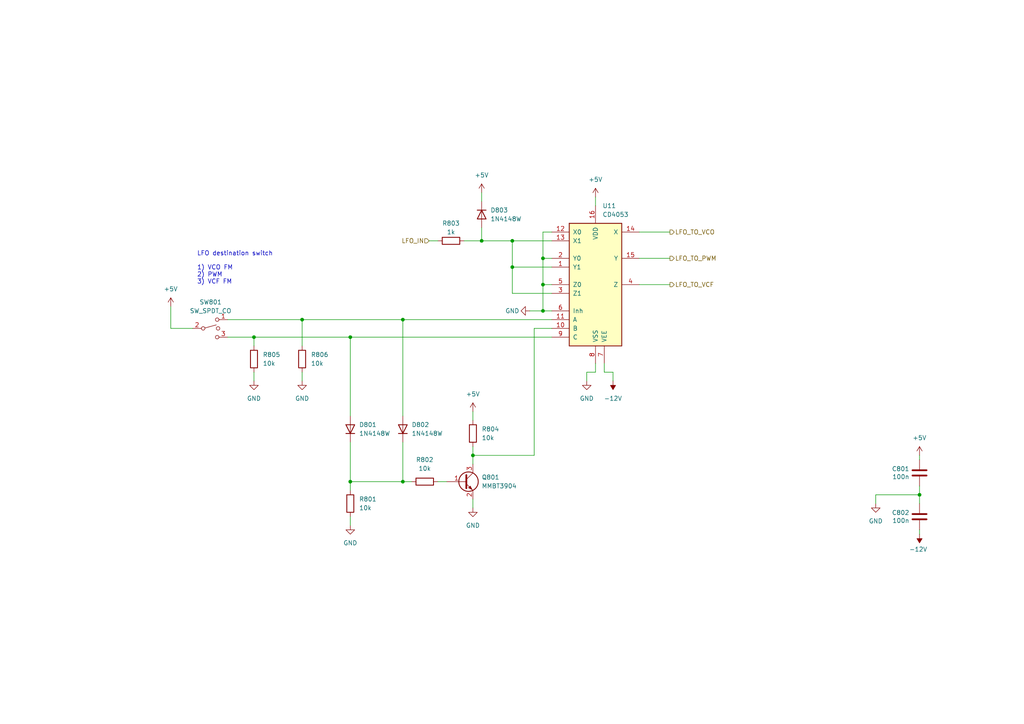
<source format=kicad_sch>
(kicad_sch (version 20211123) (generator eeschema)
  (paper "A4")
  (title_block (title "Micro-Pico Tiny Monosynth") (date "2022-08-18") (rev "0.1") (comment 1 "creativecommons.org/licences/by/4.0") (comment 2 "Licence: CC by 4.0") (comment 3 "Author: Jordan Aceto"))
  (lib_symbols
    (symbol "4xxx:4053" (pin_names (offset 1.016))
      (property "Reference" "U" (at -7.62 19.05 0))
      (property "Value" "4053" (at -7.62 -19.05 0))
      (symbol "4053_1_0"
        (pin passive line (at -12.7 5.08 0) (length 5.08) (name "Y1") (number "1"))
        (pin input line (at -12.7 -12.7 0) (length 5.08) (name "B") (number "10"))
        (pin input line (at -12.7 -10.16 0) (length 5.08) (name "A") (number "11"))
        (pin passive line (at -12.7 15.24 0) (length 5.08) (name "X0") (number "12"))
        (pin passive line (at -12.7 12.7 0) (length 5.08) (name "X1") (number "13"))
        (pin passive line (at 12.7 15.24 180) (length 5.08) (name "X") (number "14"))
        (pin passive line (at 12.7 7.62 180) (length 5.08) (name "Y") (number "15"))
        (pin power_in line (at 0 22.86 270) (length 5.08) (name "VDD") (number "16"))
        (pin passive line (at -12.7 7.62 0) (length 5.08) (name "Y0") (number "2"))
        (pin passive line (at -12.7 -2.54 0) (length 5.08) (name "Z1") (number "3"))
        (pin passive line (at 12.7 0 180) (length 5.08) (name "Z") (number "4"))
        (pin passive line (at -12.7 0 0) (length 5.08) (name "Z0") (number "5"))
        (pin input line (at -12.7 -7.62 0) (length 5.08) (name "Inh") (number "6"))
        (pin power_in line (at 2.54 -22.86 90) (length 5.08) (name "VEE") (number "7"))
        (pin power_in line (at 0 -22.86 90) (length 5.08) (name "VSS") (number "8"))
        (pin input line (at -12.7 -15.24 0) (length 5.08) (name "C") (number "9"))
      )
      (symbol "4053_1_1"
        (rectangle (start -7.62 17.78) (end 7.62 -17.78) (stroke (width 0.254)) (fill (type background)))
      )
    )
    (symbol "Device:C" (pin_numbers hide) (pin_names (offset 0.254))
      (property "Reference" "C" (at 0.635 2.54 0))
      (property "Value" "C" (at 0.635 -2.54 0))
      (symbol "C_0_1"
        (polyline (pts (xy -2.032 -0.762) (xy 2.032 -0.762)) (stroke (width 0.508)))
        (polyline (pts (xy -2.032 0.762) (xy 2.032 0.762)) (stroke (width 0.508)))
      )
      (symbol "C_1_1"
        (pin passive line (at 0 3.81 270) (length 2.794) (name "~") (number "1"))
        (pin passive line (at 0 -3.81 90) (length 2.794) (name "~") (number "2"))
      )
    )
    (symbol "Device:R" (pin_numbers hide) (pin_names (offset 0))
      (property "Reference" "R" (at 2.032 0 90))
      (property "Value" "R" (at 0 0 90))
      (symbol "R_0_1"
        (rectangle (start -1.016 -2.54) (end 1.016 2.54) (stroke (width 0.254)))
      )
      (symbol "R_1_1"
        (pin passive line (at 0 3.81 270) (length 1.27) (name "~") (number "1"))
        (pin passive line (at 0 -3.81 90) (length 1.27) (name "~") (number "2"))
      )
    )
    (symbol "Diode:1N4148W" (pin_numbers hide) (pin_names (offset 1.016) hide)
      (property "Reference" "D" (at 0 2.54 0))
      (property "Value" "1N4148W" (at 0 -2.54 0))
      (symbol "1N4148W_0_1"
        (polyline (pts (xy -1.27 1.27) (xy -1.27 -1.27)) (stroke (width 0.254)))
        (polyline (pts (xy 1.27 0) (xy -1.27 0)))
        (polyline (pts (xy 1.27 1.27) (xy 1.27 -1.27) (xy -1.27 0) (xy 1.27 1.27)) (stroke (width 0.254)))
      )
      (symbol "1N4148W_1_1"
        (pin passive line (at -3.81 0 0) (length 2.54) (name "K") (number "1"))
        (pin passive line (at 3.81 0 180) (length 2.54) (name "A") (number "2"))
      )
    )
    (symbol "Switch:SW_SPDT_MSM" (pin_names (offset 0) hide)
      (property "Reference" "SW" (at 0 5.08 0))
      (property "Value" "SW_SPDT_MSM" (at 0 -5.08 0))
      (symbol "SW_SPDT_MSM_0_0"
        (circle (center -2.032 0) (radius 0.508))
        (polyline (pts (xy -1.524 0.127) (xy 1.778 1.016)))
        (circle (center 2.032 -2.54) (radius 0.508))
      )
      (symbol "SW_SPDT_MSM_0_1"
        (circle (center 2.032 2.54) (radius 0.508))
        (circle (center 2.286 0) (radius 0.508))
      )
      (symbol "SW_SPDT_MSM_1_1"
        (pin passive line (at 5.08 2.54 180) (length 2.54) (name "1") (number "1"))
        (pin passive line (at -5.08 0 0) (length 2.54) (name "2") (number "2"))
        (pin passive line (at 5.08 -2.54 180) (length 2.54) (name "3") (number "3"))
      )
    )
    (symbol "Transistor_BJT:MMBT3904" (pin_names (offset 0) hide)
      (property "Reference" "Q" (at 5.08 1.905 0))
      (property "Value" "MMBT3904" (at 5.08 0 0))
      (symbol "MMBT3904_0_1"
        (polyline (pts (xy 0.635 0.635) (xy 2.54 2.54)))
        (polyline (pts (xy 0.635 -0.635) (xy 2.54 -2.54) (xy 2.54 -2.54)))
        (polyline (pts (xy 0.635 1.905) (xy 0.635 -1.905) (xy 0.635 -1.905)) (stroke (width 0.508)))
        (polyline (pts (xy 1.27 -1.778) (xy 1.778 -1.27) (xy 2.286 -2.286) (xy 1.27 -1.778) (xy 1.27 -1.778)) (fill (type outline)))
        (circle (center 1.27 0) (radius 2.8194) (stroke (width 0.254)))
      )
      (symbol "MMBT3904_1_1"
        (pin input line (at -5.08 0 0) (length 5.715) (name "B") (number "1"))
        (pin passive line (at 2.54 -5.08 90) (length 2.54) (name "E") (number "2"))
        (pin passive line (at 2.54 5.08 270) (length 2.54) (name "C") (number "3"))
      )
    )
    (symbol "power:+5V" (power) (pin_names (offset 0))
      (property "Value" "+5V" (at 0 3.556 0))
      (symbol "+5V_0_1"
        (polyline (pts (xy -0.762 1.27) (xy 0 2.54)))
        (polyline (pts (xy 0 0) (xy 0 2.54)))
        (polyline (pts (xy 0 2.54) (xy 0.762 1.27)))
      )
      (symbol "+5V_1_1"
        (pin power_in line (at 0 0 90) (length 0) hide (name "+5V") (number "1"))
      )
    )
    (symbol "power:-12V" (power) (pin_names (offset 0))
      (property "Value" "-12V" (at 0 3.81 0))
      (symbol "-12V_0_0"
        (pin power_in line (at 0 0 90) (length 0) hide (name "-12V") (number "1"))
      )
      (symbol "-12V_0_1"
        (polyline (pts (xy 0 0) (xy 0 1.27) (xy 0.762 1.27) (xy 0 2.54) (xy -0.762 1.27) (xy 0 1.27)) (fill (type outline)))
      )
    )
    (symbol "power:GND" (power) (pin_names (offset 0))
      (property "Value" "GND" (at 0 -3.81 0))
      (symbol "GND_0_1"
        (polyline (pts (xy 0 0) (xy 0 -1.27) (xy 1.27 -1.27) (xy 0 -2.54) (xy -1.27 -1.27) (xy 0 -1.27)))
      )
      (symbol "GND_1_1"
        (pin power_in line (at 0 0 270) (length 0) hide (name "GND") (number "1"))
      )
    )
  )
  (junction (at 157.48 74.93))
  (junction (at 101.6 97.79))
  (junction (at 157.48 90.17))
  (junction (at 148.59 77.47))
  (junction (at 87.63 92.71))
  (junction (at 137.16 132.08))
  (junction (at 157.48 82.55))
  (junction (at 148.59 69.85))
  (junction (at 101.6 139.7))
  (junction (at 116.84 139.7))
  (junction (at 139.7 69.85))
  (junction (at 116.84 92.71))
  (junction (at 266.7 143.51))
  (junction (at 73.66 97.79))
  (wire (pts (xy 170.18 110.49) (xy 170.18 107.95)))
  (wire (pts (xy 73.66 107.95) (xy 73.66 110.49)))
  (wire (pts (xy 175.26 107.95) (xy 177.8 107.95)))
  (wire (pts (xy 55.88 95.25) (xy 49.53 95.25)))
  (wire (pts (xy 160.02 90.17) (xy 157.48 90.17)))
  (wire (pts (xy 137.16 132.08) (xy 154.94 132.08)))
  (wire (pts (xy 148.59 69.85) (xy 148.59 77.47)))
  (wire (pts (xy 66.04 92.71) (xy 87.63 92.71)))
  (wire (pts (xy 148.59 77.47) (xy 148.59 85.09)))
  (wire (pts (xy 134.62 69.85) (xy 139.7 69.85)))
  (wire (pts (xy 148.59 77.47) (xy 160.02 77.47)))
  (wire (pts (xy 49.53 88.9) (xy 49.53 95.25)))
  (wire (pts (xy 266.7 132.08) (xy 266.7 133.35)))
  (wire (pts (xy 116.84 92.71) (xy 116.84 120.65)))
  (wire (pts (xy 101.6 128.27) (xy 101.6 139.7)))
  (wire (pts (xy 266.7 154.94) (xy 266.7 153.67)))
  (wire (pts (xy 157.48 82.55) (xy 157.48 90.17)))
  (wire (pts (xy 154.94 132.08) (xy 154.94 95.25)))
  (wire (pts (xy 139.7 69.85) (xy 148.59 69.85)))
  (wire (pts (xy 148.59 85.09) (xy 160.02 85.09)))
  (wire (pts (xy 172.72 57.15) (xy 172.72 59.69)))
  (wire (pts (xy 139.7 66.04) (xy 139.7 69.85)))
  (wire (pts (xy 116.84 92.71) (xy 160.02 92.71)))
  (wire (pts (xy 137.16 144.78) (xy 137.16 147.32)))
  (wire (pts (xy 170.18 107.95) (xy 172.72 107.95)))
  (wire (pts (xy 137.16 132.08) (xy 137.16 134.62)))
  (wire (pts (xy 116.84 139.7) (xy 116.84 128.27)))
  (wire (pts (xy 139.7 55.88) (xy 139.7 58.42)))
  (wire (pts (xy 101.6 139.7) (xy 101.6 142.24)))
  (wire (pts (xy 185.42 74.93) (xy 194.31 74.93)))
  (wire (pts (xy 137.16 119.38) (xy 137.16 121.92)))
  (wire (pts (xy 157.48 74.93) (xy 160.02 74.93)))
  (wire (pts (xy 175.26 105.41) (xy 175.26 107.95)))
  (wire (pts (xy 172.72 105.41) (xy 172.72 107.95)))
  (wire (pts (xy 124.46 69.85) (xy 127 69.85)))
  (wire (pts (xy 87.63 107.95) (xy 87.63 110.49)))
  (wire (pts (xy 148.59 69.85) (xy 160.02 69.85)))
  (wire (pts (xy 177.8 110.49) (xy 177.8 107.95)))
  (wire (pts (xy 101.6 97.79) (xy 101.6 120.65)))
  (wire (pts (xy 254 143.51) (xy 254 146.05)))
  (wire (pts (xy 185.42 82.55) (xy 194.31 82.55)))
  (wire (pts (xy 73.66 97.79) (xy 73.66 100.33)))
  (wire (pts (xy 101.6 149.86) (xy 101.6 152.4)))
  (wire (pts (xy 66.04 97.79) (xy 73.66 97.79)))
  (wire (pts (xy 153.67 90.17) (xy 157.48 90.17)))
  (wire (pts (xy 157.48 67.31) (xy 160.02 67.31)))
  (wire (pts (xy 101.6 97.79) (xy 160.02 97.79)))
  (wire (pts (xy 266.7 143.51) (xy 266.7 146.05)))
  (wire (pts (xy 160.02 82.55) (xy 157.48 82.55)))
  (wire (pts (xy 185.42 67.31) (xy 194.31 67.31)))
  (wire (pts (xy 87.63 92.71) (xy 116.84 92.71)))
  (wire (pts (xy 266.7 143.51) (xy 254 143.51)))
  (wire (pts (xy 116.84 139.7) (xy 119.38 139.7)))
  (wire (pts (xy 101.6 139.7) (xy 116.84 139.7)))
  (wire (pts (xy 154.94 95.25) (xy 160.02 95.25)))
  (wire (pts (xy 157.48 74.93) (xy 157.48 67.31)))
  (wire (pts (xy 87.63 92.71) (xy 87.63 100.33)))
  (wire (pts (xy 137.16 129.54) (xy 137.16 132.08)))
  (wire (pts (xy 157.48 82.55) (xy 157.48 74.93)))
  (wire (pts (xy 127 139.7) (xy 129.54 139.7)))
  (wire (pts (xy 73.66 97.79) (xy 101.6 97.79)))
  (wire (pts (xy 266.7 140.97) (xy 266.7 143.51)))
  (text "LFO destination switch\n\n1) VCO FM\n2) PWM\n3) VCF FM" (at 57.15 82.55 0) (effects (font (size 1.27 1.27)) (justify left bottom)))
  (hierarchical_label "LFO_IN" (shape input) (at 124.46 69.85 180))
  (hierarchical_label "LFO_TO_VCO" (shape output) (at 194.31 67.31 0))
  (hierarchical_label "LFO_TO_PWM" (shape output) (at 194.31 74.93 0))
  (hierarchical_label "LFO_TO_VCF" (shape output) (at 194.31 82.55 0))
  (symbol (lib_id "power:GND") (at 153.67 90.17 270) (unit 1)
    (property "Reference" "#PWR0806" (effects hide))
    (property "Value" "GND" (at 148.59 90.17 90))
  )
  (symbol (lib_id "Device:R") (at 73.66 104.14 0) (unit 1)
    (property "Reference" "R805" (at 76.2 102.8699 0) (effects (justify left)))
    (property "Value" "10k" (at 76.2 105.4099 0) (effects (justify left)))
    (property "Footprint" "Resistor_SMD:R_0603_1608Metric" (effects hide))
  )
  (symbol (lib_id "power:-12V") (at 266.7 154.94 180) (unit 1)
    (property "Reference" "#PWR0811" (effects hide))
    (property "Value" "-12V" (at 266.319 159.3342 0))
  )
  (symbol (lib_id "Diode:1N4148W") (at 101.6 124.46 90) (unit 1)
    (property "Reference" "D801" (at 104.14 123.1899 90) (effects (justify right)))
    (property "Value" "1N4148W" (at 104.14 125.7299 90) (effects (justify right)))
    (property "Footprint" "Diode_SMD:D_SOD-123" (effects hide))
    (property "Datasheet" "https://www.vishay.com/docs/85748/1n4148w.pdf" (effects hide))
  )
  (symbol (lib_id "power:+5V") (at 137.16 119.38 0) (unit 1)
    (property "Reference" "#PWR0803" (effects hide))
    (property "Value" "+5V" (at 137.16 114.3 0))
  )
  (symbol (lib_id "Diode:1N4148W") (at 139.7 62.23 270) (unit 1)
    (property "Reference" "D803" (at 142.24 60.9599 90) (effects (justify left)))
    (property "Value" "1N4148W" (at 142.24 63.4999 90) (effects (justify left)))
    (property "Footprint" "Diode_SMD:D_SOD-123" (effects hide))
    (property "Datasheet" "https://www.vishay.com/docs/85748/1n4148w.pdf" (effects hide))
  )
  (symbol (lib_id "power:GND") (at 73.66 110.49 0) (unit 1)
    (property "Reference" "#PWR01" (effects hide))
    (property "Value" "GND" (at 73.66 115.57 0))
  )
  (symbol (lib_id "power:GND") (at 87.63 110.49 0) (unit 1)
    (property "Reference" "#PWR02" (effects hide))
    (property "Value" "GND" (at 87.63 115.57 0))
  )
  (symbol (lib_id "power:GND") (at 101.6 152.4 0) (unit 1)
    (property "Reference" "#PWR0802" (effects hide))
    (property "Value" "GND" (at 101.6 157.48 0))
  )
  (symbol (lib_id "power:+5V") (at 139.7 55.88 0) (unit 1)
    (property "Reference" "#PWR0805" (effects hide))
    (property "Value" "+5V" (at 139.7 50.8 0))
  )
  (symbol (lib_id "Transistor_BJT:MMBT3904") (at 134.62 139.7 0) (unit 1)
    (property "Reference" "Q801" (at 139.7 138.4299 0) (effects (justify left)))
    (property "Value" "MMBT3904" (at 139.7 140.9699 0) (effects (justify left)))
    (property "Footprint" "Package_TO_SOT_SMD:SOT-23" (effects hide))
    (property "Datasheet" "https://www.onsemi.com/pub/Collateral/2N3903-D.PDF" (effects hide))
  )
  (symbol (lib_id "4xxx:4053") (at 172.72 82.55 0) (unit 1)
    (property "Reference" "U11" (at 174.7394 59.69 0) (effects (justify left)))
    (property "Value" "CD4053" (at 174.7394 62.23 0) (effects (justify left)))
    (property "Footprint" "Package_SO:TSSOP-16_4.4x5mm_P0.65mm" (effects hide))
    (property "Datasheet" "http://www.intersil.com/content/dam/Intersil/documents/cd40/cd4051bms-52bms-53bms.pdf" (effects hide))
  )
  (symbol (lib_id "Device:R") (at 87.63 104.14 0) (unit 1)
    (property "Reference" "R806" (at 90.17 102.8699 0) (effects (justify left)))
    (property "Value" "10k" (at 90.17 105.4099 0) (effects (justify left)))
    (property "Footprint" "Resistor_SMD:R_0603_1608Metric" (effects hide))
  )
  (symbol (lib_id "Device:R") (at 137.16 125.73 0) (unit 1)
    (property "Reference" "R804" (at 139.7 124.4599 0) (effects (justify left)))
    (property "Value" "10k" (at 139.7 126.9999 0) (effects (justify left)))
    (property "Footprint" "Resistor_SMD:R_0603_1608Metric" (effects hide))
  )
  (symbol (lib_id "Device:R") (at 123.19 139.7 90) (unit 1)
    (property "Reference" "R802" (at 123.19 133.35 90))
    (property "Value" "10k" (at 123.19 135.89 90))
    (property "Footprint" "Resistor_SMD:R_0603_1608Metric" (effects hide))
  )
  (symbol (lib_id "Device:C") (at 266.7 137.16 0) (mirror y) (unit 1)
    (property "Reference" "C801" (at 263.779 135.9916 0) (effects (justify left)))
    (property "Value" "100n" (at 263.779 138.303 0) (effects (justify left)))
    (property "Footprint" "Capacitor_SMD:C_0603_1608Metric" (effects hide))
  )
  (symbol (lib_id "Diode:1N4148W") (at 116.84 124.46 90) (unit 1)
    (property "Reference" "D802" (at 119.38 123.1899 90) (effects (justify right)))
    (property "Value" "1N4148W" (at 119.38 125.7299 90) (effects (justify right)))
    (property "Footprint" "Diode_SMD:D_SOD-123" (effects hide))
    (property "Datasheet" "https://www.vishay.com/docs/85748/1n4148w.pdf" (effects hide))
  )
  (symbol (lib_id "Device:C") (at 266.7 149.86 0) (mirror y) (unit 1)
    (property "Reference" "C802" (at 263.779 148.6916 0) (effects (justify left)))
    (property "Value" "100n" (at 263.779 151.003 0) (effects (justify left)))
    (property "Footprint" "Capacitor_SMD:C_0603_1608Metric" (effects hide))
  )
  (symbol (lib_id "power:+5V") (at 49.53 88.9 0) (unit 1)
    (property "Reference" "#PWR0801" (effects hide))
    (property "Value" "+5V" (at 49.53 83.82 0))
  )
  (symbol (lib_id "power:GND") (at 254 146.05 0) (unit 1)
    (property "Reference" "#PWR0812" (effects hide))
    (property "Value" "GND" (at 254 151.13 0))
  )
  (symbol (lib_id "power:+5V") (at 172.72 57.15 0) (unit 1)
    (property "Reference" "#PWR0808" (effects hide))
    (property "Value" "+5V" (at 172.72 52.07 0))
  )
  (symbol (lib_id "Switch:SW_SPDT_MSM") (at 60.96 95.25 0) (unit 1)
    (property "Reference" "SW801" (at 61.087 87.63 0))
    (property "Value" "SW_SPDT_CO" (at 61.087 90.17 0))
    (property "Footprint" "custom_footprints:SPDT_mini_toggle" (effects hide))
  )
  (symbol (lib_id "Device:R") (at 130.81 69.85 90) (unit 1)
    (property "Reference" "R803" (at 130.81 64.77 90))
    (property "Value" "1k" (at 130.81 67.31 90))
    (property "Footprint" "Resistor_SMD:R_0603_1608Metric" (effects hide))
  )
  (symbol (lib_id "Device:R") (at 101.6 146.05 0) (unit 1)
    (property "Reference" "R801" (at 104.14 144.7799 0) (effects (justify left)))
    (property "Value" "10k" (at 104.14 147.3199 0) (effects (justify left)))
    (property "Footprint" "Resistor_SMD:R_0603_1608Metric" (effects hide))
  )
  (symbol (lib_id "power:-12V") (at 177.8 110.49 180) (unit 1)
    (property "Reference" "#PWR0809" (effects hide))
    (property "Value" "-12V" (at 177.8 115.57 0))
  )
  (symbol (lib_id "power:GND") (at 170.18 110.49 0) (unit 1)
    (property "Reference" "#PWR0807" (effects hide))
    (property "Value" "GND" (at 170.18 115.57 0))
  )
  (symbol (lib_id "power:GND") (at 137.16 147.32 0) (unit 1)
    (property "Reference" "#PWR0804" (effects hide))
    (property "Value" "GND" (at 137.16 152.4 0))
  )
  (symbol (lib_id "power:+5V") (at 266.7 132.08 0) (unit 1)
    (property "Reference" "#PWR0810" (effects hide))
    (property "Value" "+5V" (at 266.7 127 0))
  )
)
</source>
